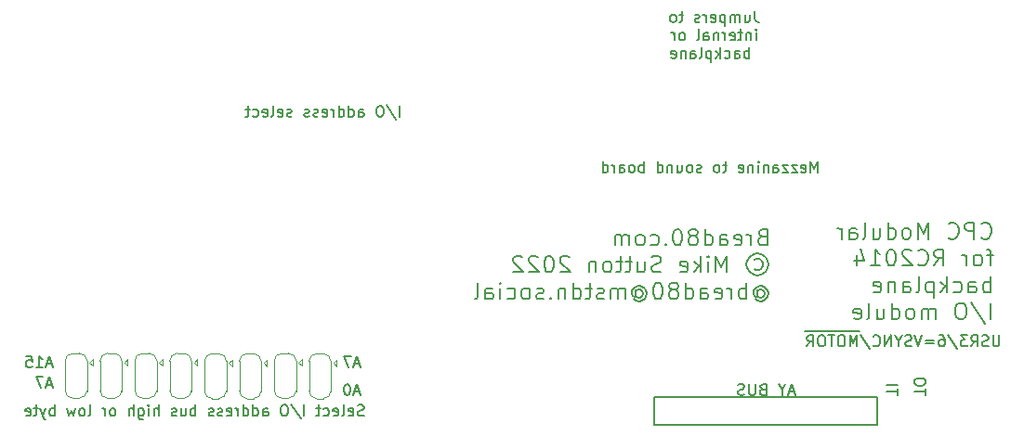
<source format=gbo>
G04 #@! TF.GenerationSoftware,KiCad,Pcbnew,(5.1.12)-1*
G04 #@! TF.CreationDate,2023-01-27T17:10:11+00:00*
G04 #@! TF.ProjectId,CPCIO,43504349-4f2e-46b6-9963-61645f706362,rev?*
G04 #@! TF.SameCoordinates,Original*
G04 #@! TF.FileFunction,Legend,Bot*
G04 #@! TF.FilePolarity,Positive*
%FSLAX46Y46*%
G04 Gerber Fmt 4.6, Leading zero omitted, Abs format (unit mm)*
G04 Created by KiCad (PCBNEW (5.1.12)-1) date 2023-01-27 17:10:11*
%MOMM*%
%LPD*%
G01*
G04 APERTURE LIST*
%ADD10C,0.150000*%
%ADD11C,0.200000*%
%ADD12C,0.120000*%
G04 APERTURE END LIST*
D10*
X251759404Y-142327380D02*
X251759404Y-143136904D01*
X251711785Y-143232142D01*
X251664166Y-143279761D01*
X251568928Y-143327380D01*
X251378452Y-143327380D01*
X251283214Y-143279761D01*
X251235595Y-143232142D01*
X251187976Y-143136904D01*
X251187976Y-142327380D01*
X250759404Y-143279761D02*
X250616547Y-143327380D01*
X250378452Y-143327380D01*
X250283214Y-143279761D01*
X250235595Y-143232142D01*
X250187976Y-143136904D01*
X250187976Y-143041666D01*
X250235595Y-142946428D01*
X250283214Y-142898809D01*
X250378452Y-142851190D01*
X250568928Y-142803571D01*
X250664166Y-142755952D01*
X250711785Y-142708333D01*
X250759404Y-142613095D01*
X250759404Y-142517857D01*
X250711785Y-142422619D01*
X250664166Y-142375000D01*
X250568928Y-142327380D01*
X250330833Y-142327380D01*
X250187976Y-142375000D01*
X249187976Y-143327380D02*
X249521309Y-142851190D01*
X249759404Y-143327380D02*
X249759404Y-142327380D01*
X249378452Y-142327380D01*
X249283214Y-142375000D01*
X249235595Y-142422619D01*
X249187976Y-142517857D01*
X249187976Y-142660714D01*
X249235595Y-142755952D01*
X249283214Y-142803571D01*
X249378452Y-142851190D01*
X249759404Y-142851190D01*
X248854642Y-142327380D02*
X248235595Y-142327380D01*
X248568928Y-142708333D01*
X248426071Y-142708333D01*
X248330833Y-142755952D01*
X248283214Y-142803571D01*
X248235595Y-142898809D01*
X248235595Y-143136904D01*
X248283214Y-143232142D01*
X248330833Y-143279761D01*
X248426071Y-143327380D01*
X248711785Y-143327380D01*
X248807023Y-143279761D01*
X248854642Y-143232142D01*
X247092738Y-142279761D02*
X247949880Y-143565476D01*
X246330833Y-142327380D02*
X246521309Y-142327380D01*
X246616547Y-142375000D01*
X246664166Y-142422619D01*
X246759404Y-142565476D01*
X246807023Y-142755952D01*
X246807023Y-143136904D01*
X246759404Y-143232142D01*
X246711785Y-143279761D01*
X246616547Y-143327380D01*
X246426071Y-143327380D01*
X246330833Y-143279761D01*
X246283214Y-143232142D01*
X246235595Y-143136904D01*
X246235595Y-142898809D01*
X246283214Y-142803571D01*
X246330833Y-142755952D01*
X246426071Y-142708333D01*
X246616547Y-142708333D01*
X246711785Y-142755952D01*
X246759404Y-142803571D01*
X246807023Y-142898809D01*
X245807023Y-142803571D02*
X245045119Y-142803571D01*
X245045119Y-143089285D02*
X245807023Y-143089285D01*
X244711785Y-142327380D02*
X244378452Y-143327380D01*
X244045119Y-142327380D01*
X243759404Y-143279761D02*
X243616547Y-143327380D01*
X243378452Y-143327380D01*
X243283214Y-143279761D01*
X243235595Y-143232142D01*
X243187976Y-143136904D01*
X243187976Y-143041666D01*
X243235595Y-142946428D01*
X243283214Y-142898809D01*
X243378452Y-142851190D01*
X243568928Y-142803571D01*
X243664166Y-142755952D01*
X243711785Y-142708333D01*
X243759404Y-142613095D01*
X243759404Y-142517857D01*
X243711785Y-142422619D01*
X243664166Y-142375000D01*
X243568928Y-142327380D01*
X243330833Y-142327380D01*
X243187976Y-142375000D01*
X242568928Y-142851190D02*
X242568928Y-143327380D01*
X242902261Y-142327380D02*
X242568928Y-142851190D01*
X242235595Y-142327380D01*
X241902261Y-143327380D02*
X241902261Y-142327380D01*
X241330833Y-143327380D01*
X241330833Y-142327380D01*
X240283214Y-143232142D02*
X240330833Y-143279761D01*
X240473690Y-143327380D01*
X240568928Y-143327380D01*
X240711785Y-143279761D01*
X240807023Y-143184523D01*
X240854642Y-143089285D01*
X240902261Y-142898809D01*
X240902261Y-142755952D01*
X240854642Y-142565476D01*
X240807023Y-142470238D01*
X240711785Y-142375000D01*
X240568928Y-142327380D01*
X240473690Y-142327380D01*
X240330833Y-142375000D01*
X240283214Y-142422619D01*
X239140357Y-142279761D02*
X239997500Y-143565476D01*
X239045119Y-141960000D02*
X237902261Y-141960000D01*
X238807023Y-143327380D02*
X238807023Y-142327380D01*
X238473690Y-143041666D01*
X238140357Y-142327380D01*
X238140357Y-143327380D01*
X237902261Y-141960000D02*
X236854642Y-141960000D01*
X237473690Y-142327380D02*
X237283214Y-142327380D01*
X237187976Y-142375000D01*
X237092738Y-142470238D01*
X237045119Y-142660714D01*
X237045119Y-142994047D01*
X237092738Y-143184523D01*
X237187976Y-143279761D01*
X237283214Y-143327380D01*
X237473690Y-143327380D01*
X237568928Y-143279761D01*
X237664166Y-143184523D01*
X237711785Y-142994047D01*
X237711785Y-142660714D01*
X237664166Y-142470238D01*
X237568928Y-142375000D01*
X237473690Y-142327380D01*
X236854642Y-141960000D02*
X236092738Y-141960000D01*
X236759404Y-142327380D02*
X236187976Y-142327380D01*
X236473690Y-143327380D02*
X236473690Y-142327380D01*
X236092738Y-141960000D02*
X235045119Y-141960000D01*
X235664166Y-142327380D02*
X235473690Y-142327380D01*
X235378452Y-142375000D01*
X235283214Y-142470238D01*
X235235595Y-142660714D01*
X235235595Y-142994047D01*
X235283214Y-143184523D01*
X235378452Y-143279761D01*
X235473690Y-143327380D01*
X235664166Y-143327380D01*
X235759404Y-143279761D01*
X235854642Y-143184523D01*
X235902261Y-142994047D01*
X235902261Y-142660714D01*
X235854642Y-142470238D01*
X235759404Y-142375000D01*
X235664166Y-142327380D01*
X235045119Y-141960000D02*
X234045119Y-141960000D01*
X234235595Y-143327380D02*
X234568928Y-142851190D01*
X234807023Y-143327380D02*
X234807023Y-142327380D01*
X234426071Y-142327380D01*
X234330833Y-142375000D01*
X234283214Y-142422619D01*
X234235595Y-142517857D01*
X234235595Y-142660714D01*
X234283214Y-142755952D01*
X234330833Y-142803571D01*
X234426071Y-142851190D01*
X234807023Y-142851190D01*
X245022619Y-147762261D02*
X245022619Y-147190833D01*
X244022619Y-147476547D02*
X245022619Y-147476547D01*
X245022619Y-146667023D02*
X245022619Y-146476547D01*
X244975000Y-146381309D01*
X244879761Y-146286071D01*
X244689285Y-146238452D01*
X244355952Y-146238452D01*
X244165476Y-146286071D01*
X244070238Y-146381309D01*
X244022619Y-146476547D01*
X244022619Y-146667023D01*
X244070238Y-146762261D01*
X244165476Y-146857500D01*
X244355952Y-146905119D01*
X244689285Y-146905119D01*
X244879761Y-146857500D01*
X244975000Y-146762261D01*
X245022619Y-146667023D01*
X242482619Y-147762261D02*
X242482619Y-147190833D01*
X241482619Y-147476547D02*
X242482619Y-147476547D01*
X241482619Y-146857500D02*
X242482619Y-146857500D01*
X233052619Y-147486666D02*
X232576428Y-147486666D01*
X233147857Y-147772380D02*
X232814523Y-146772380D01*
X232481190Y-147772380D01*
X231957380Y-147296190D02*
X231957380Y-147772380D01*
X232290714Y-146772380D02*
X231957380Y-147296190D01*
X231624047Y-146772380D01*
X230195476Y-147248571D02*
X230052619Y-147296190D01*
X230005000Y-147343809D01*
X229957380Y-147439047D01*
X229957380Y-147581904D01*
X230005000Y-147677142D01*
X230052619Y-147724761D01*
X230147857Y-147772380D01*
X230528809Y-147772380D01*
X230528809Y-146772380D01*
X230195476Y-146772380D01*
X230100238Y-146820000D01*
X230052619Y-146867619D01*
X230005000Y-146962857D01*
X230005000Y-147058095D01*
X230052619Y-147153333D01*
X230100238Y-147200952D01*
X230195476Y-147248571D01*
X230528809Y-147248571D01*
X229528809Y-146772380D02*
X229528809Y-147581904D01*
X229481190Y-147677142D01*
X229433571Y-147724761D01*
X229338333Y-147772380D01*
X229147857Y-147772380D01*
X229052619Y-147724761D01*
X229005000Y-147677142D01*
X228957380Y-147581904D01*
X228957380Y-146772380D01*
X228528809Y-147724761D02*
X228385952Y-147772380D01*
X228147857Y-147772380D01*
X228052619Y-147724761D01*
X228005000Y-147677142D01*
X227957380Y-147581904D01*
X227957380Y-147486666D01*
X228005000Y-147391428D01*
X228052619Y-147343809D01*
X228147857Y-147296190D01*
X228338333Y-147248571D01*
X228433571Y-147200952D01*
X228481190Y-147153333D01*
X228528809Y-147058095D01*
X228528809Y-146962857D01*
X228481190Y-146867619D01*
X228433571Y-146820000D01*
X228338333Y-146772380D01*
X228100238Y-146772380D01*
X227957380Y-146820000D01*
X220345000Y-150495000D02*
X220345000Y-147955000D01*
X240665000Y-150495000D02*
X220345000Y-150495000D01*
X240665000Y-147955000D02*
X240665000Y-150495000D01*
X220345000Y-147955000D02*
X240665000Y-147955000D01*
X235234523Y-127452380D02*
X235234523Y-126452380D01*
X234901190Y-127166666D01*
X234567857Y-126452380D01*
X234567857Y-127452380D01*
X233710714Y-127404761D02*
X233805952Y-127452380D01*
X233996428Y-127452380D01*
X234091666Y-127404761D01*
X234139285Y-127309523D01*
X234139285Y-126928571D01*
X234091666Y-126833333D01*
X233996428Y-126785714D01*
X233805952Y-126785714D01*
X233710714Y-126833333D01*
X233663095Y-126928571D01*
X233663095Y-127023809D01*
X234139285Y-127119047D01*
X233329761Y-126785714D02*
X232805952Y-126785714D01*
X233329761Y-127452380D01*
X232805952Y-127452380D01*
X232520238Y-126785714D02*
X231996428Y-126785714D01*
X232520238Y-127452380D01*
X231996428Y-127452380D01*
X231186904Y-127452380D02*
X231186904Y-126928571D01*
X231234523Y-126833333D01*
X231329761Y-126785714D01*
X231520238Y-126785714D01*
X231615476Y-126833333D01*
X231186904Y-127404761D02*
X231282142Y-127452380D01*
X231520238Y-127452380D01*
X231615476Y-127404761D01*
X231663095Y-127309523D01*
X231663095Y-127214285D01*
X231615476Y-127119047D01*
X231520238Y-127071428D01*
X231282142Y-127071428D01*
X231186904Y-127023809D01*
X230710714Y-126785714D02*
X230710714Y-127452380D01*
X230710714Y-126880952D02*
X230663095Y-126833333D01*
X230567857Y-126785714D01*
X230425000Y-126785714D01*
X230329761Y-126833333D01*
X230282142Y-126928571D01*
X230282142Y-127452380D01*
X229805952Y-127452380D02*
X229805952Y-126785714D01*
X229805952Y-126452380D02*
X229853571Y-126500000D01*
X229805952Y-126547619D01*
X229758333Y-126500000D01*
X229805952Y-126452380D01*
X229805952Y-126547619D01*
X229329761Y-126785714D02*
X229329761Y-127452380D01*
X229329761Y-126880952D02*
X229282142Y-126833333D01*
X229186904Y-126785714D01*
X229044047Y-126785714D01*
X228948809Y-126833333D01*
X228901190Y-126928571D01*
X228901190Y-127452380D01*
X228044047Y-127404761D02*
X228139285Y-127452380D01*
X228329761Y-127452380D01*
X228425000Y-127404761D01*
X228472619Y-127309523D01*
X228472619Y-126928571D01*
X228425000Y-126833333D01*
X228329761Y-126785714D01*
X228139285Y-126785714D01*
X228044047Y-126833333D01*
X227996428Y-126928571D01*
X227996428Y-127023809D01*
X228472619Y-127119047D01*
X226948809Y-126785714D02*
X226567857Y-126785714D01*
X226805952Y-126452380D02*
X226805952Y-127309523D01*
X226758333Y-127404761D01*
X226663095Y-127452380D01*
X226567857Y-127452380D01*
X226091666Y-127452380D02*
X226186904Y-127404761D01*
X226234523Y-127357142D01*
X226282142Y-127261904D01*
X226282142Y-126976190D01*
X226234523Y-126880952D01*
X226186904Y-126833333D01*
X226091666Y-126785714D01*
X225948809Y-126785714D01*
X225853571Y-126833333D01*
X225805952Y-126880952D01*
X225758333Y-126976190D01*
X225758333Y-127261904D01*
X225805952Y-127357142D01*
X225853571Y-127404761D01*
X225948809Y-127452380D01*
X226091666Y-127452380D01*
X224615476Y-127404761D02*
X224520238Y-127452380D01*
X224329761Y-127452380D01*
X224234523Y-127404761D01*
X224186904Y-127309523D01*
X224186904Y-127261904D01*
X224234523Y-127166666D01*
X224329761Y-127119047D01*
X224472619Y-127119047D01*
X224567857Y-127071428D01*
X224615476Y-126976190D01*
X224615476Y-126928571D01*
X224567857Y-126833333D01*
X224472619Y-126785714D01*
X224329761Y-126785714D01*
X224234523Y-126833333D01*
X223615476Y-127452380D02*
X223710714Y-127404761D01*
X223758333Y-127357142D01*
X223805952Y-127261904D01*
X223805952Y-126976190D01*
X223758333Y-126880952D01*
X223710714Y-126833333D01*
X223615476Y-126785714D01*
X223472619Y-126785714D01*
X223377380Y-126833333D01*
X223329761Y-126880952D01*
X223282142Y-126976190D01*
X223282142Y-127261904D01*
X223329761Y-127357142D01*
X223377380Y-127404761D01*
X223472619Y-127452380D01*
X223615476Y-127452380D01*
X222425000Y-126785714D02*
X222425000Y-127452380D01*
X222853571Y-126785714D02*
X222853571Y-127309523D01*
X222805952Y-127404761D01*
X222710714Y-127452380D01*
X222567857Y-127452380D01*
X222472619Y-127404761D01*
X222425000Y-127357142D01*
X221948809Y-126785714D02*
X221948809Y-127452380D01*
X221948809Y-126880952D02*
X221901190Y-126833333D01*
X221805952Y-126785714D01*
X221663095Y-126785714D01*
X221567857Y-126833333D01*
X221520238Y-126928571D01*
X221520238Y-127452380D01*
X220615476Y-127452380D02*
X220615476Y-126452380D01*
X220615476Y-127404761D02*
X220710714Y-127452380D01*
X220901190Y-127452380D01*
X220996428Y-127404761D01*
X221044047Y-127357142D01*
X221091666Y-127261904D01*
X221091666Y-126976190D01*
X221044047Y-126880952D01*
X220996428Y-126833333D01*
X220901190Y-126785714D01*
X220710714Y-126785714D01*
X220615476Y-126833333D01*
X219377380Y-127452380D02*
X219377380Y-126452380D01*
X219377380Y-126833333D02*
X219282142Y-126785714D01*
X219091666Y-126785714D01*
X218996428Y-126833333D01*
X218948809Y-126880952D01*
X218901190Y-126976190D01*
X218901190Y-127261904D01*
X218948809Y-127357142D01*
X218996428Y-127404761D01*
X219091666Y-127452380D01*
X219282142Y-127452380D01*
X219377380Y-127404761D01*
X218329761Y-127452380D02*
X218425000Y-127404761D01*
X218472619Y-127357142D01*
X218520238Y-127261904D01*
X218520238Y-126976190D01*
X218472619Y-126880952D01*
X218425000Y-126833333D01*
X218329761Y-126785714D01*
X218186904Y-126785714D01*
X218091666Y-126833333D01*
X218044047Y-126880952D01*
X217996428Y-126976190D01*
X217996428Y-127261904D01*
X218044047Y-127357142D01*
X218091666Y-127404761D01*
X218186904Y-127452380D01*
X218329761Y-127452380D01*
X217139285Y-127452380D02*
X217139285Y-126928571D01*
X217186904Y-126833333D01*
X217282142Y-126785714D01*
X217472619Y-126785714D01*
X217567857Y-126833333D01*
X217139285Y-127404761D02*
X217234523Y-127452380D01*
X217472619Y-127452380D01*
X217567857Y-127404761D01*
X217615476Y-127309523D01*
X217615476Y-127214285D01*
X217567857Y-127119047D01*
X217472619Y-127071428D01*
X217234523Y-127071428D01*
X217139285Y-127023809D01*
X216663095Y-127452380D02*
X216663095Y-126785714D01*
X216663095Y-126976190D02*
X216615476Y-126880952D01*
X216567857Y-126833333D01*
X216472619Y-126785714D01*
X216377380Y-126785714D01*
X215615476Y-127452380D02*
X215615476Y-126452380D01*
X215615476Y-127404761D02*
X215710714Y-127452380D01*
X215901190Y-127452380D01*
X215996428Y-127404761D01*
X216044047Y-127357142D01*
X216091666Y-127261904D01*
X216091666Y-126976190D01*
X216044047Y-126880952D01*
X215996428Y-126833333D01*
X215901190Y-126785714D01*
X215710714Y-126785714D01*
X215615476Y-126833333D01*
X229496428Y-112737380D02*
X229496428Y-113451666D01*
X229544047Y-113594523D01*
X229639285Y-113689761D01*
X229782142Y-113737380D01*
X229877380Y-113737380D01*
X228591666Y-113070714D02*
X228591666Y-113737380D01*
X229020238Y-113070714D02*
X229020238Y-113594523D01*
X228972619Y-113689761D01*
X228877380Y-113737380D01*
X228734523Y-113737380D01*
X228639285Y-113689761D01*
X228591666Y-113642142D01*
X228115476Y-113737380D02*
X228115476Y-113070714D01*
X228115476Y-113165952D02*
X228067857Y-113118333D01*
X227972619Y-113070714D01*
X227829761Y-113070714D01*
X227734523Y-113118333D01*
X227686904Y-113213571D01*
X227686904Y-113737380D01*
X227686904Y-113213571D02*
X227639285Y-113118333D01*
X227544047Y-113070714D01*
X227401190Y-113070714D01*
X227305952Y-113118333D01*
X227258333Y-113213571D01*
X227258333Y-113737380D01*
X226782142Y-113070714D02*
X226782142Y-114070714D01*
X226782142Y-113118333D02*
X226686904Y-113070714D01*
X226496428Y-113070714D01*
X226401190Y-113118333D01*
X226353571Y-113165952D01*
X226305952Y-113261190D01*
X226305952Y-113546904D01*
X226353571Y-113642142D01*
X226401190Y-113689761D01*
X226496428Y-113737380D01*
X226686904Y-113737380D01*
X226782142Y-113689761D01*
X225496428Y-113689761D02*
X225591666Y-113737380D01*
X225782142Y-113737380D01*
X225877380Y-113689761D01*
X225925000Y-113594523D01*
X225925000Y-113213571D01*
X225877380Y-113118333D01*
X225782142Y-113070714D01*
X225591666Y-113070714D01*
X225496428Y-113118333D01*
X225448809Y-113213571D01*
X225448809Y-113308809D01*
X225925000Y-113404047D01*
X225020238Y-113737380D02*
X225020238Y-113070714D01*
X225020238Y-113261190D02*
X224972619Y-113165952D01*
X224925000Y-113118333D01*
X224829761Y-113070714D01*
X224734523Y-113070714D01*
X224448809Y-113689761D02*
X224353571Y-113737380D01*
X224163095Y-113737380D01*
X224067857Y-113689761D01*
X224020238Y-113594523D01*
X224020238Y-113546904D01*
X224067857Y-113451666D01*
X224163095Y-113404047D01*
X224305952Y-113404047D01*
X224401190Y-113356428D01*
X224448809Y-113261190D01*
X224448809Y-113213571D01*
X224401190Y-113118333D01*
X224305952Y-113070714D01*
X224163095Y-113070714D01*
X224067857Y-113118333D01*
X222972619Y-113070714D02*
X222591666Y-113070714D01*
X222829761Y-112737380D02*
X222829761Y-113594523D01*
X222782142Y-113689761D01*
X222686904Y-113737380D01*
X222591666Y-113737380D01*
X222115476Y-113737380D02*
X222210714Y-113689761D01*
X222258333Y-113642142D01*
X222305952Y-113546904D01*
X222305952Y-113261190D01*
X222258333Y-113165952D01*
X222210714Y-113118333D01*
X222115476Y-113070714D01*
X221972619Y-113070714D01*
X221877380Y-113118333D01*
X221829761Y-113165952D01*
X221782142Y-113261190D01*
X221782142Y-113546904D01*
X221829761Y-113642142D01*
X221877380Y-113689761D01*
X221972619Y-113737380D01*
X222115476Y-113737380D01*
X229591666Y-115387380D02*
X229591666Y-114720714D01*
X229591666Y-114387380D02*
X229639285Y-114435000D01*
X229591666Y-114482619D01*
X229544047Y-114435000D01*
X229591666Y-114387380D01*
X229591666Y-114482619D01*
X229115476Y-114720714D02*
X229115476Y-115387380D01*
X229115476Y-114815952D02*
X229067857Y-114768333D01*
X228972619Y-114720714D01*
X228829761Y-114720714D01*
X228734523Y-114768333D01*
X228686904Y-114863571D01*
X228686904Y-115387380D01*
X228353571Y-114720714D02*
X227972619Y-114720714D01*
X228210714Y-114387380D02*
X228210714Y-115244523D01*
X228163095Y-115339761D01*
X228067857Y-115387380D01*
X227972619Y-115387380D01*
X227258333Y-115339761D02*
X227353571Y-115387380D01*
X227544047Y-115387380D01*
X227639285Y-115339761D01*
X227686904Y-115244523D01*
X227686904Y-114863571D01*
X227639285Y-114768333D01*
X227544047Y-114720714D01*
X227353571Y-114720714D01*
X227258333Y-114768333D01*
X227210714Y-114863571D01*
X227210714Y-114958809D01*
X227686904Y-115054047D01*
X226782142Y-115387380D02*
X226782142Y-114720714D01*
X226782142Y-114911190D02*
X226734523Y-114815952D01*
X226686904Y-114768333D01*
X226591666Y-114720714D01*
X226496428Y-114720714D01*
X226163095Y-114720714D02*
X226163095Y-115387380D01*
X226163095Y-114815952D02*
X226115476Y-114768333D01*
X226020238Y-114720714D01*
X225877380Y-114720714D01*
X225782142Y-114768333D01*
X225734523Y-114863571D01*
X225734523Y-115387380D01*
X224829761Y-115387380D02*
X224829761Y-114863571D01*
X224877380Y-114768333D01*
X224972619Y-114720714D01*
X225163095Y-114720714D01*
X225258333Y-114768333D01*
X224829761Y-115339761D02*
X224925000Y-115387380D01*
X225163095Y-115387380D01*
X225258333Y-115339761D01*
X225305952Y-115244523D01*
X225305952Y-115149285D01*
X225258333Y-115054047D01*
X225163095Y-115006428D01*
X224925000Y-115006428D01*
X224829761Y-114958809D01*
X224210714Y-115387380D02*
X224305952Y-115339761D01*
X224353571Y-115244523D01*
X224353571Y-114387380D01*
X222925000Y-115387380D02*
X223020238Y-115339761D01*
X223067857Y-115292142D01*
X223115476Y-115196904D01*
X223115476Y-114911190D01*
X223067857Y-114815952D01*
X223020238Y-114768333D01*
X222925000Y-114720714D01*
X222782142Y-114720714D01*
X222686904Y-114768333D01*
X222639285Y-114815952D01*
X222591666Y-114911190D01*
X222591666Y-115196904D01*
X222639285Y-115292142D01*
X222686904Y-115339761D01*
X222782142Y-115387380D01*
X222925000Y-115387380D01*
X222163095Y-115387380D02*
X222163095Y-114720714D01*
X222163095Y-114911190D02*
X222115476Y-114815952D01*
X222067857Y-114768333D01*
X221972619Y-114720714D01*
X221877380Y-114720714D01*
X228972619Y-117037380D02*
X228972619Y-116037380D01*
X228972619Y-116418333D02*
X228877380Y-116370714D01*
X228686904Y-116370714D01*
X228591666Y-116418333D01*
X228544047Y-116465952D01*
X228496428Y-116561190D01*
X228496428Y-116846904D01*
X228544047Y-116942142D01*
X228591666Y-116989761D01*
X228686904Y-117037380D01*
X228877380Y-117037380D01*
X228972619Y-116989761D01*
X227639285Y-117037380D02*
X227639285Y-116513571D01*
X227686904Y-116418333D01*
X227782142Y-116370714D01*
X227972619Y-116370714D01*
X228067857Y-116418333D01*
X227639285Y-116989761D02*
X227734523Y-117037380D01*
X227972619Y-117037380D01*
X228067857Y-116989761D01*
X228115476Y-116894523D01*
X228115476Y-116799285D01*
X228067857Y-116704047D01*
X227972619Y-116656428D01*
X227734523Y-116656428D01*
X227639285Y-116608809D01*
X226734523Y-116989761D02*
X226829761Y-117037380D01*
X227020238Y-117037380D01*
X227115476Y-116989761D01*
X227163095Y-116942142D01*
X227210714Y-116846904D01*
X227210714Y-116561190D01*
X227163095Y-116465952D01*
X227115476Y-116418333D01*
X227020238Y-116370714D01*
X226829761Y-116370714D01*
X226734523Y-116418333D01*
X226305952Y-117037380D02*
X226305952Y-116037380D01*
X226210714Y-116656428D02*
X225925000Y-117037380D01*
X225925000Y-116370714D02*
X226305952Y-116751666D01*
X225496428Y-116370714D02*
X225496428Y-117370714D01*
X225496428Y-116418333D02*
X225401190Y-116370714D01*
X225210714Y-116370714D01*
X225115476Y-116418333D01*
X225067857Y-116465952D01*
X225020238Y-116561190D01*
X225020238Y-116846904D01*
X225067857Y-116942142D01*
X225115476Y-116989761D01*
X225210714Y-117037380D01*
X225401190Y-117037380D01*
X225496428Y-116989761D01*
X224448809Y-117037380D02*
X224544047Y-116989761D01*
X224591666Y-116894523D01*
X224591666Y-116037380D01*
X223639285Y-117037380D02*
X223639285Y-116513571D01*
X223686904Y-116418333D01*
X223782142Y-116370714D01*
X223972619Y-116370714D01*
X224067857Y-116418333D01*
X223639285Y-116989761D02*
X223734523Y-117037380D01*
X223972619Y-117037380D01*
X224067857Y-116989761D01*
X224115476Y-116894523D01*
X224115476Y-116799285D01*
X224067857Y-116704047D01*
X223972619Y-116656428D01*
X223734523Y-116656428D01*
X223639285Y-116608809D01*
X223163095Y-116370714D02*
X223163095Y-117037380D01*
X223163095Y-116465952D02*
X223115476Y-116418333D01*
X223020238Y-116370714D01*
X222877380Y-116370714D01*
X222782142Y-116418333D01*
X222734523Y-116513571D01*
X222734523Y-117037380D01*
X221877380Y-116989761D02*
X221972619Y-117037380D01*
X222163095Y-117037380D01*
X222258333Y-116989761D01*
X222305952Y-116894523D01*
X222305952Y-116513571D01*
X222258333Y-116418333D01*
X222163095Y-116370714D01*
X221972619Y-116370714D01*
X221877380Y-116418333D01*
X221829761Y-116513571D01*
X221829761Y-116608809D01*
X222305952Y-116704047D01*
D11*
X230152857Y-133332857D02*
X229938571Y-133404285D01*
X229867142Y-133475714D01*
X229795714Y-133618571D01*
X229795714Y-133832857D01*
X229867142Y-133975714D01*
X229938571Y-134047142D01*
X230081428Y-134118571D01*
X230652857Y-134118571D01*
X230652857Y-132618571D01*
X230152857Y-132618571D01*
X230010000Y-132690000D01*
X229938571Y-132761428D01*
X229867142Y-132904285D01*
X229867142Y-133047142D01*
X229938571Y-133190000D01*
X230010000Y-133261428D01*
X230152857Y-133332857D01*
X230652857Y-133332857D01*
X229152857Y-134118571D02*
X229152857Y-133118571D01*
X229152857Y-133404285D02*
X229081428Y-133261428D01*
X229010000Y-133190000D01*
X228867142Y-133118571D01*
X228724285Y-133118571D01*
X227652857Y-134047142D02*
X227795714Y-134118571D01*
X228081428Y-134118571D01*
X228224285Y-134047142D01*
X228295714Y-133904285D01*
X228295714Y-133332857D01*
X228224285Y-133190000D01*
X228081428Y-133118571D01*
X227795714Y-133118571D01*
X227652857Y-133190000D01*
X227581428Y-133332857D01*
X227581428Y-133475714D01*
X228295714Y-133618571D01*
X226295714Y-134118571D02*
X226295714Y-133332857D01*
X226367142Y-133190000D01*
X226510000Y-133118571D01*
X226795714Y-133118571D01*
X226938571Y-133190000D01*
X226295714Y-134047142D02*
X226438571Y-134118571D01*
X226795714Y-134118571D01*
X226938571Y-134047142D01*
X227010000Y-133904285D01*
X227010000Y-133761428D01*
X226938571Y-133618571D01*
X226795714Y-133547142D01*
X226438571Y-133547142D01*
X226295714Y-133475714D01*
X224938571Y-134118571D02*
X224938571Y-132618571D01*
X224938571Y-134047142D02*
X225081428Y-134118571D01*
X225367142Y-134118571D01*
X225510000Y-134047142D01*
X225581428Y-133975714D01*
X225652857Y-133832857D01*
X225652857Y-133404285D01*
X225581428Y-133261428D01*
X225510000Y-133190000D01*
X225367142Y-133118571D01*
X225081428Y-133118571D01*
X224938571Y-133190000D01*
X224010000Y-133261428D02*
X224152857Y-133190000D01*
X224224285Y-133118571D01*
X224295714Y-132975714D01*
X224295714Y-132904285D01*
X224224285Y-132761428D01*
X224152857Y-132690000D01*
X224010000Y-132618571D01*
X223724285Y-132618571D01*
X223581428Y-132690000D01*
X223510000Y-132761428D01*
X223438571Y-132904285D01*
X223438571Y-132975714D01*
X223510000Y-133118571D01*
X223581428Y-133190000D01*
X223724285Y-133261428D01*
X224010000Y-133261428D01*
X224152857Y-133332857D01*
X224224285Y-133404285D01*
X224295714Y-133547142D01*
X224295714Y-133832857D01*
X224224285Y-133975714D01*
X224152857Y-134047142D01*
X224010000Y-134118571D01*
X223724285Y-134118571D01*
X223581428Y-134047142D01*
X223510000Y-133975714D01*
X223438571Y-133832857D01*
X223438571Y-133547142D01*
X223510000Y-133404285D01*
X223581428Y-133332857D01*
X223724285Y-133261428D01*
X222510000Y-132618571D02*
X222367142Y-132618571D01*
X222224285Y-132690000D01*
X222152857Y-132761428D01*
X222081428Y-132904285D01*
X222010000Y-133190000D01*
X222010000Y-133547142D01*
X222081428Y-133832857D01*
X222152857Y-133975714D01*
X222224285Y-134047142D01*
X222367142Y-134118571D01*
X222510000Y-134118571D01*
X222652857Y-134047142D01*
X222724285Y-133975714D01*
X222795714Y-133832857D01*
X222867142Y-133547142D01*
X222867142Y-133190000D01*
X222795714Y-132904285D01*
X222724285Y-132761428D01*
X222652857Y-132690000D01*
X222510000Y-132618571D01*
X221367142Y-133975714D02*
X221295714Y-134047142D01*
X221367142Y-134118571D01*
X221438571Y-134047142D01*
X221367142Y-133975714D01*
X221367142Y-134118571D01*
X220010000Y-134047142D02*
X220152857Y-134118571D01*
X220438571Y-134118571D01*
X220581428Y-134047142D01*
X220652857Y-133975714D01*
X220724285Y-133832857D01*
X220724285Y-133404285D01*
X220652857Y-133261428D01*
X220581428Y-133190000D01*
X220438571Y-133118571D01*
X220152857Y-133118571D01*
X220010000Y-133190000D01*
X219152857Y-134118571D02*
X219295714Y-134047142D01*
X219367142Y-133975714D01*
X219438571Y-133832857D01*
X219438571Y-133404285D01*
X219367142Y-133261428D01*
X219295714Y-133190000D01*
X219152857Y-133118571D01*
X218938571Y-133118571D01*
X218795714Y-133190000D01*
X218724285Y-133261428D01*
X218652857Y-133404285D01*
X218652857Y-133832857D01*
X218724285Y-133975714D01*
X218795714Y-134047142D01*
X218938571Y-134118571D01*
X219152857Y-134118571D01*
X218010000Y-134118571D02*
X218010000Y-133118571D01*
X218010000Y-133261428D02*
X217938571Y-133190000D01*
X217795714Y-133118571D01*
X217581428Y-133118571D01*
X217438571Y-133190000D01*
X217367142Y-133332857D01*
X217367142Y-134118571D01*
X217367142Y-133332857D02*
X217295714Y-133190000D01*
X217152857Y-133118571D01*
X216938571Y-133118571D01*
X216795714Y-133190000D01*
X216724285Y-133332857D01*
X216724285Y-134118571D01*
X229438571Y-135425714D02*
X229581428Y-135354285D01*
X229867142Y-135354285D01*
X230010000Y-135425714D01*
X230152857Y-135568571D01*
X230224285Y-135711428D01*
X230224285Y-135997142D01*
X230152857Y-136140000D01*
X230010000Y-136282857D01*
X229867142Y-136354285D01*
X229581428Y-136354285D01*
X229438571Y-136282857D01*
X229724285Y-134854285D02*
X230081428Y-134925714D01*
X230438571Y-135140000D01*
X230652857Y-135497142D01*
X230724285Y-135854285D01*
X230652857Y-136211428D01*
X230438571Y-136568571D01*
X230081428Y-136782857D01*
X229724285Y-136854285D01*
X229367142Y-136782857D01*
X229010000Y-136568571D01*
X228795714Y-136211428D01*
X228724285Y-135854285D01*
X228795714Y-135497142D01*
X229010000Y-135140000D01*
X229367142Y-134925714D01*
X229724285Y-134854285D01*
X226938571Y-136568571D02*
X226938571Y-135068571D01*
X226438571Y-136140000D01*
X225938571Y-135068571D01*
X225938571Y-136568571D01*
X225224285Y-136568571D02*
X225224285Y-135568571D01*
X225224285Y-135068571D02*
X225295714Y-135140000D01*
X225224285Y-135211428D01*
X225152857Y-135140000D01*
X225224285Y-135068571D01*
X225224285Y-135211428D01*
X224510000Y-136568571D02*
X224510000Y-135068571D01*
X224367142Y-135997142D02*
X223938571Y-136568571D01*
X223938571Y-135568571D02*
X224510000Y-136140000D01*
X222724285Y-136497142D02*
X222867142Y-136568571D01*
X223152857Y-136568571D01*
X223295714Y-136497142D01*
X223367142Y-136354285D01*
X223367142Y-135782857D01*
X223295714Y-135640000D01*
X223152857Y-135568571D01*
X222867142Y-135568571D01*
X222724285Y-135640000D01*
X222652857Y-135782857D01*
X222652857Y-135925714D01*
X223367142Y-136068571D01*
X220938571Y-136497142D02*
X220724285Y-136568571D01*
X220367142Y-136568571D01*
X220224285Y-136497142D01*
X220152857Y-136425714D01*
X220081428Y-136282857D01*
X220081428Y-136140000D01*
X220152857Y-135997142D01*
X220224285Y-135925714D01*
X220367142Y-135854285D01*
X220652857Y-135782857D01*
X220795714Y-135711428D01*
X220867142Y-135640000D01*
X220938571Y-135497142D01*
X220938571Y-135354285D01*
X220867142Y-135211428D01*
X220795714Y-135140000D01*
X220652857Y-135068571D01*
X220295714Y-135068571D01*
X220081428Y-135140000D01*
X218795714Y-135568571D02*
X218795714Y-136568571D01*
X219438571Y-135568571D02*
X219438571Y-136354285D01*
X219367142Y-136497142D01*
X219224285Y-136568571D01*
X219010000Y-136568571D01*
X218867142Y-136497142D01*
X218795714Y-136425714D01*
X218295714Y-135568571D02*
X217724285Y-135568571D01*
X218081428Y-135068571D02*
X218081428Y-136354285D01*
X218010000Y-136497142D01*
X217867142Y-136568571D01*
X217724285Y-136568571D01*
X217438571Y-135568571D02*
X216867142Y-135568571D01*
X217224285Y-135068571D02*
X217224285Y-136354285D01*
X217152857Y-136497142D01*
X217010000Y-136568571D01*
X216867142Y-136568571D01*
X216152857Y-136568571D02*
X216295714Y-136497142D01*
X216367142Y-136425714D01*
X216438571Y-136282857D01*
X216438571Y-135854285D01*
X216367142Y-135711428D01*
X216295714Y-135640000D01*
X216152857Y-135568571D01*
X215938571Y-135568571D01*
X215795714Y-135640000D01*
X215724285Y-135711428D01*
X215652857Y-135854285D01*
X215652857Y-136282857D01*
X215724285Y-136425714D01*
X215795714Y-136497142D01*
X215938571Y-136568571D01*
X216152857Y-136568571D01*
X215010000Y-135568571D02*
X215010000Y-136568571D01*
X215010000Y-135711428D02*
X214938571Y-135640000D01*
X214795714Y-135568571D01*
X214581428Y-135568571D01*
X214438571Y-135640000D01*
X214367142Y-135782857D01*
X214367142Y-136568571D01*
X212581428Y-135211428D02*
X212510000Y-135140000D01*
X212367142Y-135068571D01*
X212010000Y-135068571D01*
X211867142Y-135140000D01*
X211795714Y-135211428D01*
X211724285Y-135354285D01*
X211724285Y-135497142D01*
X211795714Y-135711428D01*
X212652857Y-136568571D01*
X211724285Y-136568571D01*
X210795714Y-135068571D02*
X210652857Y-135068571D01*
X210510000Y-135140000D01*
X210438571Y-135211428D01*
X210367142Y-135354285D01*
X210295714Y-135640000D01*
X210295714Y-135997142D01*
X210367142Y-136282857D01*
X210438571Y-136425714D01*
X210510000Y-136497142D01*
X210652857Y-136568571D01*
X210795714Y-136568571D01*
X210938571Y-136497142D01*
X211010000Y-136425714D01*
X211081428Y-136282857D01*
X211152857Y-135997142D01*
X211152857Y-135640000D01*
X211081428Y-135354285D01*
X211010000Y-135211428D01*
X210938571Y-135140000D01*
X210795714Y-135068571D01*
X209724285Y-135211428D02*
X209652857Y-135140000D01*
X209510000Y-135068571D01*
X209152857Y-135068571D01*
X209010000Y-135140000D01*
X208938571Y-135211428D01*
X208867142Y-135354285D01*
X208867142Y-135497142D01*
X208938571Y-135711428D01*
X209795714Y-136568571D01*
X208867142Y-136568571D01*
X208295714Y-135211428D02*
X208224285Y-135140000D01*
X208081428Y-135068571D01*
X207724285Y-135068571D01*
X207581428Y-135140000D01*
X207510000Y-135211428D01*
X207438571Y-135354285D01*
X207438571Y-135497142D01*
X207510000Y-135711428D01*
X208367142Y-136568571D01*
X207438571Y-136568571D01*
X229724285Y-138304285D02*
X229795714Y-138232857D01*
X229938571Y-138161428D01*
X230081428Y-138161428D01*
X230224285Y-138232857D01*
X230295714Y-138304285D01*
X230367142Y-138447142D01*
X230367142Y-138590000D01*
X230295714Y-138732857D01*
X230224285Y-138804285D01*
X230081428Y-138875714D01*
X229938571Y-138875714D01*
X229795714Y-138804285D01*
X229724285Y-138732857D01*
X229724285Y-138161428D02*
X229724285Y-138732857D01*
X229652857Y-138804285D01*
X229581428Y-138804285D01*
X229438571Y-138732857D01*
X229367142Y-138590000D01*
X229367142Y-138232857D01*
X229510000Y-138018571D01*
X229724285Y-137875714D01*
X230010000Y-137804285D01*
X230295714Y-137875714D01*
X230510000Y-138018571D01*
X230652857Y-138232857D01*
X230724285Y-138518571D01*
X230652857Y-138804285D01*
X230510000Y-139018571D01*
X230295714Y-139161428D01*
X230010000Y-139232857D01*
X229724285Y-139161428D01*
X229510000Y-139018571D01*
X228724285Y-139018571D02*
X228724285Y-137518571D01*
X228724285Y-138090000D02*
X228581428Y-138018571D01*
X228295714Y-138018571D01*
X228152857Y-138090000D01*
X228081428Y-138161428D01*
X228010000Y-138304285D01*
X228010000Y-138732857D01*
X228081428Y-138875714D01*
X228152857Y-138947142D01*
X228295714Y-139018571D01*
X228581428Y-139018571D01*
X228724285Y-138947142D01*
X227367142Y-139018571D02*
X227367142Y-138018571D01*
X227367142Y-138304285D02*
X227295714Y-138161428D01*
X227224285Y-138090000D01*
X227081428Y-138018571D01*
X226938571Y-138018571D01*
X225867142Y-138947142D02*
X226010000Y-139018571D01*
X226295714Y-139018571D01*
X226438571Y-138947142D01*
X226510000Y-138804285D01*
X226510000Y-138232857D01*
X226438571Y-138090000D01*
X226295714Y-138018571D01*
X226010000Y-138018571D01*
X225867142Y-138090000D01*
X225795714Y-138232857D01*
X225795714Y-138375714D01*
X226510000Y-138518571D01*
X224510000Y-139018571D02*
X224510000Y-138232857D01*
X224581428Y-138090000D01*
X224724285Y-138018571D01*
X225010000Y-138018571D01*
X225152857Y-138090000D01*
X224510000Y-138947142D02*
X224652857Y-139018571D01*
X225010000Y-139018571D01*
X225152857Y-138947142D01*
X225224285Y-138804285D01*
X225224285Y-138661428D01*
X225152857Y-138518571D01*
X225010000Y-138447142D01*
X224652857Y-138447142D01*
X224510000Y-138375714D01*
X223152857Y-139018571D02*
X223152857Y-137518571D01*
X223152857Y-138947142D02*
X223295714Y-139018571D01*
X223581428Y-139018571D01*
X223724285Y-138947142D01*
X223795714Y-138875714D01*
X223867142Y-138732857D01*
X223867142Y-138304285D01*
X223795714Y-138161428D01*
X223724285Y-138090000D01*
X223581428Y-138018571D01*
X223295714Y-138018571D01*
X223152857Y-138090000D01*
X222224285Y-138161428D02*
X222367142Y-138090000D01*
X222438571Y-138018571D01*
X222509999Y-137875714D01*
X222509999Y-137804285D01*
X222438571Y-137661428D01*
X222367142Y-137590000D01*
X222224285Y-137518571D01*
X221938571Y-137518571D01*
X221795714Y-137590000D01*
X221724285Y-137661428D01*
X221652857Y-137804285D01*
X221652857Y-137875714D01*
X221724285Y-138018571D01*
X221795714Y-138090000D01*
X221938571Y-138161428D01*
X222224285Y-138161428D01*
X222367142Y-138232857D01*
X222438571Y-138304285D01*
X222509999Y-138447142D01*
X222509999Y-138732857D01*
X222438571Y-138875714D01*
X222367142Y-138947142D01*
X222224285Y-139018571D01*
X221938571Y-139018571D01*
X221795714Y-138947142D01*
X221724285Y-138875714D01*
X221652857Y-138732857D01*
X221652857Y-138447142D01*
X221724285Y-138304285D01*
X221795714Y-138232857D01*
X221938571Y-138161428D01*
X220724285Y-137518571D02*
X220581428Y-137518571D01*
X220438571Y-137590000D01*
X220367142Y-137661428D01*
X220295714Y-137804285D01*
X220224285Y-138090000D01*
X220224285Y-138447142D01*
X220295714Y-138732857D01*
X220367142Y-138875714D01*
X220438571Y-138947142D01*
X220581428Y-139018571D01*
X220724285Y-139018571D01*
X220867142Y-138947142D01*
X220938571Y-138875714D01*
X221009999Y-138732857D01*
X221081428Y-138447142D01*
X221081428Y-138090000D01*
X221009999Y-137804285D01*
X220938571Y-137661428D01*
X220867142Y-137590000D01*
X220724285Y-137518571D01*
X218652857Y-138304285D02*
X218724285Y-138232857D01*
X218867142Y-138161428D01*
X219009999Y-138161428D01*
X219152857Y-138232857D01*
X219224285Y-138304285D01*
X219295714Y-138447142D01*
X219295714Y-138590000D01*
X219224285Y-138732857D01*
X219152857Y-138804285D01*
X219009999Y-138875714D01*
X218867142Y-138875714D01*
X218724285Y-138804285D01*
X218652857Y-138732857D01*
X218652857Y-138161428D02*
X218652857Y-138732857D01*
X218581428Y-138804285D01*
X218509999Y-138804285D01*
X218367142Y-138732857D01*
X218295714Y-138590000D01*
X218295714Y-138232857D01*
X218438571Y-138018571D01*
X218652857Y-137875714D01*
X218938571Y-137804285D01*
X219224285Y-137875714D01*
X219438571Y-138018571D01*
X219581428Y-138232857D01*
X219652857Y-138518571D01*
X219581428Y-138804285D01*
X219438571Y-139018571D01*
X219224285Y-139161428D01*
X218938571Y-139232857D01*
X218652857Y-139161428D01*
X218438571Y-139018571D01*
X217652857Y-139018571D02*
X217652857Y-138018571D01*
X217652857Y-138161428D02*
X217581428Y-138090000D01*
X217438571Y-138018571D01*
X217224285Y-138018571D01*
X217081428Y-138090000D01*
X217009999Y-138232857D01*
X217009999Y-139018571D01*
X217009999Y-138232857D02*
X216938571Y-138090000D01*
X216795714Y-138018571D01*
X216581428Y-138018571D01*
X216438571Y-138090000D01*
X216367142Y-138232857D01*
X216367142Y-139018571D01*
X215724285Y-138947142D02*
X215581428Y-139018571D01*
X215295714Y-139018571D01*
X215152857Y-138947142D01*
X215081428Y-138804285D01*
X215081428Y-138732857D01*
X215152857Y-138590000D01*
X215295714Y-138518571D01*
X215509999Y-138518571D01*
X215652857Y-138447142D01*
X215724285Y-138304285D01*
X215724285Y-138232857D01*
X215652857Y-138090000D01*
X215509999Y-138018571D01*
X215295714Y-138018571D01*
X215152857Y-138090000D01*
X214652857Y-138018571D02*
X214081428Y-138018571D01*
X214438571Y-137518571D02*
X214438571Y-138804285D01*
X214367142Y-138947142D01*
X214224285Y-139018571D01*
X214081428Y-139018571D01*
X212938571Y-139018571D02*
X212938571Y-137518571D01*
X212938571Y-138947142D02*
X213081428Y-139018571D01*
X213367142Y-139018571D01*
X213509999Y-138947142D01*
X213581428Y-138875714D01*
X213652857Y-138732857D01*
X213652857Y-138304285D01*
X213581428Y-138161428D01*
X213509999Y-138090000D01*
X213367142Y-138018571D01*
X213081428Y-138018571D01*
X212938571Y-138090000D01*
X212224285Y-138018571D02*
X212224285Y-139018571D01*
X212224285Y-138161428D02*
X212152857Y-138090000D01*
X212009999Y-138018571D01*
X211795714Y-138018571D01*
X211652857Y-138090000D01*
X211581428Y-138232857D01*
X211581428Y-139018571D01*
X210867142Y-138875714D02*
X210795714Y-138947142D01*
X210867142Y-139018571D01*
X210938571Y-138947142D01*
X210867142Y-138875714D01*
X210867142Y-139018571D01*
X210224285Y-138947142D02*
X210081428Y-139018571D01*
X209795714Y-139018571D01*
X209652857Y-138947142D01*
X209581428Y-138804285D01*
X209581428Y-138732857D01*
X209652857Y-138590000D01*
X209795714Y-138518571D01*
X210009999Y-138518571D01*
X210152857Y-138447142D01*
X210224285Y-138304285D01*
X210224285Y-138232857D01*
X210152857Y-138090000D01*
X210009999Y-138018571D01*
X209795714Y-138018571D01*
X209652857Y-138090000D01*
X208724285Y-139018571D02*
X208867142Y-138947142D01*
X208938571Y-138875714D01*
X209009999Y-138732857D01*
X209009999Y-138304285D01*
X208938571Y-138161428D01*
X208867142Y-138090000D01*
X208724285Y-138018571D01*
X208509999Y-138018571D01*
X208367142Y-138090000D01*
X208295714Y-138161428D01*
X208224285Y-138304285D01*
X208224285Y-138732857D01*
X208295714Y-138875714D01*
X208367142Y-138947142D01*
X208509999Y-139018571D01*
X208724285Y-139018571D01*
X206938571Y-138947142D02*
X207081428Y-139018571D01*
X207367142Y-139018571D01*
X207509999Y-138947142D01*
X207581428Y-138875714D01*
X207652857Y-138732857D01*
X207652857Y-138304285D01*
X207581428Y-138161428D01*
X207509999Y-138090000D01*
X207367142Y-138018571D01*
X207081428Y-138018571D01*
X206938571Y-138090000D01*
X206295714Y-139018571D02*
X206295714Y-138018571D01*
X206295714Y-137518571D02*
X206367142Y-137590000D01*
X206295714Y-137661428D01*
X206224285Y-137590000D01*
X206295714Y-137518571D01*
X206295714Y-137661428D01*
X204938571Y-139018571D02*
X204938571Y-138232857D01*
X205009999Y-138090000D01*
X205152857Y-138018571D01*
X205438571Y-138018571D01*
X205581428Y-138090000D01*
X204938571Y-138947142D02*
X205081428Y-139018571D01*
X205438571Y-139018571D01*
X205581428Y-138947142D01*
X205652857Y-138804285D01*
X205652857Y-138661428D01*
X205581428Y-138518571D01*
X205438571Y-138447142D01*
X205081428Y-138447142D01*
X204938571Y-138375714D01*
X204009999Y-139018571D02*
X204152857Y-138947142D01*
X204224285Y-138804285D01*
X204224285Y-137518571D01*
D10*
X193863571Y-149629761D02*
X193720714Y-149677380D01*
X193482619Y-149677380D01*
X193387380Y-149629761D01*
X193339761Y-149582142D01*
X193292142Y-149486904D01*
X193292142Y-149391666D01*
X193339761Y-149296428D01*
X193387380Y-149248809D01*
X193482619Y-149201190D01*
X193673095Y-149153571D01*
X193768333Y-149105952D01*
X193815952Y-149058333D01*
X193863571Y-148963095D01*
X193863571Y-148867857D01*
X193815952Y-148772619D01*
X193768333Y-148725000D01*
X193673095Y-148677380D01*
X193435000Y-148677380D01*
X193292142Y-148725000D01*
X192482619Y-149629761D02*
X192577857Y-149677380D01*
X192768333Y-149677380D01*
X192863571Y-149629761D01*
X192911190Y-149534523D01*
X192911190Y-149153571D01*
X192863571Y-149058333D01*
X192768333Y-149010714D01*
X192577857Y-149010714D01*
X192482619Y-149058333D01*
X192435000Y-149153571D01*
X192435000Y-149248809D01*
X192911190Y-149344047D01*
X191863571Y-149677380D02*
X191958809Y-149629761D01*
X192006428Y-149534523D01*
X192006428Y-148677380D01*
X191101666Y-149629761D02*
X191196904Y-149677380D01*
X191387380Y-149677380D01*
X191482619Y-149629761D01*
X191530238Y-149534523D01*
X191530238Y-149153571D01*
X191482619Y-149058333D01*
X191387380Y-149010714D01*
X191196904Y-149010714D01*
X191101666Y-149058333D01*
X191054047Y-149153571D01*
X191054047Y-149248809D01*
X191530238Y-149344047D01*
X190196904Y-149629761D02*
X190292142Y-149677380D01*
X190482619Y-149677380D01*
X190577857Y-149629761D01*
X190625476Y-149582142D01*
X190673095Y-149486904D01*
X190673095Y-149201190D01*
X190625476Y-149105952D01*
X190577857Y-149058333D01*
X190482619Y-149010714D01*
X190292142Y-149010714D01*
X190196904Y-149058333D01*
X189911190Y-149010714D02*
X189530238Y-149010714D01*
X189768333Y-148677380D02*
X189768333Y-149534523D01*
X189720714Y-149629761D01*
X189625476Y-149677380D01*
X189530238Y-149677380D01*
X188435000Y-149677380D02*
X188435000Y-148677380D01*
X187244523Y-148629761D02*
X188101666Y-149915476D01*
X186720714Y-148677380D02*
X186530238Y-148677380D01*
X186435000Y-148725000D01*
X186339761Y-148820238D01*
X186292142Y-149010714D01*
X186292142Y-149344047D01*
X186339761Y-149534523D01*
X186435000Y-149629761D01*
X186530238Y-149677380D01*
X186720714Y-149677380D01*
X186815952Y-149629761D01*
X186911190Y-149534523D01*
X186958809Y-149344047D01*
X186958809Y-149010714D01*
X186911190Y-148820238D01*
X186815952Y-148725000D01*
X186720714Y-148677380D01*
X184673095Y-149677380D02*
X184673095Y-149153571D01*
X184720714Y-149058333D01*
X184815952Y-149010714D01*
X185006428Y-149010714D01*
X185101666Y-149058333D01*
X184673095Y-149629761D02*
X184768333Y-149677380D01*
X185006428Y-149677380D01*
X185101666Y-149629761D01*
X185149285Y-149534523D01*
X185149285Y-149439285D01*
X185101666Y-149344047D01*
X185006428Y-149296428D01*
X184768333Y-149296428D01*
X184673095Y-149248809D01*
X183768333Y-149677380D02*
X183768333Y-148677380D01*
X183768333Y-149629761D02*
X183863571Y-149677380D01*
X184054047Y-149677380D01*
X184149285Y-149629761D01*
X184196904Y-149582142D01*
X184244523Y-149486904D01*
X184244523Y-149201190D01*
X184196904Y-149105952D01*
X184149285Y-149058333D01*
X184054047Y-149010714D01*
X183863571Y-149010714D01*
X183768333Y-149058333D01*
X182863571Y-149677380D02*
X182863571Y-148677380D01*
X182863571Y-149629761D02*
X182958809Y-149677380D01*
X183149285Y-149677380D01*
X183244523Y-149629761D01*
X183292142Y-149582142D01*
X183339761Y-149486904D01*
X183339761Y-149201190D01*
X183292142Y-149105952D01*
X183244523Y-149058333D01*
X183149285Y-149010714D01*
X182958809Y-149010714D01*
X182863571Y-149058333D01*
X182387380Y-149677380D02*
X182387380Y-149010714D01*
X182387380Y-149201190D02*
X182339761Y-149105952D01*
X182292142Y-149058333D01*
X182196904Y-149010714D01*
X182101666Y-149010714D01*
X181387380Y-149629761D02*
X181482619Y-149677380D01*
X181673095Y-149677380D01*
X181768333Y-149629761D01*
X181815952Y-149534523D01*
X181815952Y-149153571D01*
X181768333Y-149058333D01*
X181673095Y-149010714D01*
X181482619Y-149010714D01*
X181387380Y-149058333D01*
X181339761Y-149153571D01*
X181339761Y-149248809D01*
X181815952Y-149344047D01*
X180958809Y-149629761D02*
X180863571Y-149677380D01*
X180673095Y-149677380D01*
X180577857Y-149629761D01*
X180530238Y-149534523D01*
X180530238Y-149486904D01*
X180577857Y-149391666D01*
X180673095Y-149344047D01*
X180815952Y-149344047D01*
X180911190Y-149296428D01*
X180958809Y-149201190D01*
X180958809Y-149153571D01*
X180911190Y-149058333D01*
X180815952Y-149010714D01*
X180673095Y-149010714D01*
X180577857Y-149058333D01*
X180149285Y-149629761D02*
X180054047Y-149677380D01*
X179863571Y-149677380D01*
X179768333Y-149629761D01*
X179720714Y-149534523D01*
X179720714Y-149486904D01*
X179768333Y-149391666D01*
X179863571Y-149344047D01*
X180006428Y-149344047D01*
X180101666Y-149296428D01*
X180149285Y-149201190D01*
X180149285Y-149153571D01*
X180101666Y-149058333D01*
X180006428Y-149010714D01*
X179863571Y-149010714D01*
X179768333Y-149058333D01*
X178530238Y-149677380D02*
X178530238Y-148677380D01*
X178530238Y-149058333D02*
X178435000Y-149010714D01*
X178244523Y-149010714D01*
X178149285Y-149058333D01*
X178101666Y-149105952D01*
X178054047Y-149201190D01*
X178054047Y-149486904D01*
X178101666Y-149582142D01*
X178149285Y-149629761D01*
X178244523Y-149677380D01*
X178435000Y-149677380D01*
X178530238Y-149629761D01*
X177196904Y-149010714D02*
X177196904Y-149677380D01*
X177625476Y-149010714D02*
X177625476Y-149534523D01*
X177577857Y-149629761D01*
X177482619Y-149677380D01*
X177339761Y-149677380D01*
X177244523Y-149629761D01*
X177196904Y-149582142D01*
X176768333Y-149629761D02*
X176673095Y-149677380D01*
X176482619Y-149677380D01*
X176387380Y-149629761D01*
X176339761Y-149534523D01*
X176339761Y-149486904D01*
X176387380Y-149391666D01*
X176482619Y-149344047D01*
X176625476Y-149344047D01*
X176720714Y-149296428D01*
X176768333Y-149201190D01*
X176768333Y-149153571D01*
X176720714Y-149058333D01*
X176625476Y-149010714D01*
X176482619Y-149010714D01*
X176387380Y-149058333D01*
X175149285Y-149677380D02*
X175149285Y-148677380D01*
X174720714Y-149677380D02*
X174720714Y-149153571D01*
X174768333Y-149058333D01*
X174863571Y-149010714D01*
X175006428Y-149010714D01*
X175101666Y-149058333D01*
X175149285Y-149105952D01*
X174244523Y-149677380D02*
X174244523Y-149010714D01*
X174244523Y-148677380D02*
X174292142Y-148725000D01*
X174244523Y-148772619D01*
X174196904Y-148725000D01*
X174244523Y-148677380D01*
X174244523Y-148772619D01*
X173339761Y-149010714D02*
X173339761Y-149820238D01*
X173387380Y-149915476D01*
X173435000Y-149963095D01*
X173530238Y-150010714D01*
X173673095Y-150010714D01*
X173768333Y-149963095D01*
X173339761Y-149629761D02*
X173435000Y-149677380D01*
X173625476Y-149677380D01*
X173720714Y-149629761D01*
X173768333Y-149582142D01*
X173815952Y-149486904D01*
X173815952Y-149201190D01*
X173768333Y-149105952D01*
X173720714Y-149058333D01*
X173625476Y-149010714D01*
X173435000Y-149010714D01*
X173339761Y-149058333D01*
X172863571Y-149677380D02*
X172863571Y-148677380D01*
X172435000Y-149677380D02*
X172435000Y-149153571D01*
X172482619Y-149058333D01*
X172577857Y-149010714D01*
X172720714Y-149010714D01*
X172815952Y-149058333D01*
X172863571Y-149105952D01*
X171054047Y-149677380D02*
X171149285Y-149629761D01*
X171196904Y-149582142D01*
X171244523Y-149486904D01*
X171244523Y-149201190D01*
X171196904Y-149105952D01*
X171149285Y-149058333D01*
X171054047Y-149010714D01*
X170911190Y-149010714D01*
X170815952Y-149058333D01*
X170768333Y-149105952D01*
X170720714Y-149201190D01*
X170720714Y-149486904D01*
X170768333Y-149582142D01*
X170815952Y-149629761D01*
X170911190Y-149677380D01*
X171054047Y-149677380D01*
X170292142Y-149677380D02*
X170292142Y-149010714D01*
X170292142Y-149201190D02*
X170244523Y-149105952D01*
X170196904Y-149058333D01*
X170101666Y-149010714D01*
X170006428Y-149010714D01*
X168768333Y-149677380D02*
X168863571Y-149629761D01*
X168911190Y-149534523D01*
X168911190Y-148677380D01*
X168244523Y-149677380D02*
X168339761Y-149629761D01*
X168387380Y-149582142D01*
X168435000Y-149486904D01*
X168435000Y-149201190D01*
X168387380Y-149105952D01*
X168339761Y-149058333D01*
X168244523Y-149010714D01*
X168101666Y-149010714D01*
X168006428Y-149058333D01*
X167958809Y-149105952D01*
X167911190Y-149201190D01*
X167911190Y-149486904D01*
X167958809Y-149582142D01*
X168006428Y-149629761D01*
X168101666Y-149677380D01*
X168244523Y-149677380D01*
X167577857Y-149010714D02*
X167387380Y-149677380D01*
X167196904Y-149201190D01*
X167006428Y-149677380D01*
X166815952Y-149010714D01*
X165673095Y-149677380D02*
X165673095Y-148677380D01*
X165673095Y-149058333D02*
X165577857Y-149010714D01*
X165387380Y-149010714D01*
X165292142Y-149058333D01*
X165244523Y-149105952D01*
X165196904Y-149201190D01*
X165196904Y-149486904D01*
X165244523Y-149582142D01*
X165292142Y-149629761D01*
X165387380Y-149677380D01*
X165577857Y-149677380D01*
X165673095Y-149629761D01*
X164863571Y-149010714D02*
X164625476Y-149677380D01*
X164387380Y-149010714D02*
X164625476Y-149677380D01*
X164720714Y-149915476D01*
X164768333Y-149963095D01*
X164863571Y-150010714D01*
X164149285Y-149010714D02*
X163768333Y-149010714D01*
X164006428Y-148677380D02*
X164006428Y-149534523D01*
X163958809Y-149629761D01*
X163863571Y-149677380D01*
X163768333Y-149677380D01*
X163054047Y-149629761D02*
X163149285Y-149677380D01*
X163339761Y-149677380D01*
X163435000Y-149629761D01*
X163482619Y-149534523D01*
X163482619Y-149153571D01*
X163435000Y-149058333D01*
X163339761Y-149010714D01*
X163149285Y-149010714D01*
X163054047Y-149058333D01*
X163006428Y-149153571D01*
X163006428Y-149248809D01*
X163482619Y-149344047D01*
X165447023Y-146851666D02*
X164970833Y-146851666D01*
X165542261Y-147137380D02*
X165208928Y-146137380D01*
X164875595Y-147137380D01*
X164637500Y-146137380D02*
X163970833Y-146137380D01*
X164399404Y-147137380D01*
X165447023Y-144946666D02*
X164970833Y-144946666D01*
X165542261Y-145232380D02*
X165208928Y-144232380D01*
X164875595Y-145232380D01*
X164018452Y-145232380D02*
X164589880Y-145232380D01*
X164304166Y-145232380D02*
X164304166Y-144232380D01*
X164399404Y-144375238D01*
X164494642Y-144470476D01*
X164589880Y-144518095D01*
X163113690Y-144232380D02*
X163589880Y-144232380D01*
X163637500Y-144708571D01*
X163589880Y-144660952D01*
X163494642Y-144613333D01*
X163256547Y-144613333D01*
X163161309Y-144660952D01*
X163113690Y-144708571D01*
X163066071Y-144803809D01*
X163066071Y-145041904D01*
X163113690Y-145137142D01*
X163161309Y-145184761D01*
X163256547Y-145232380D01*
X163494642Y-145232380D01*
X163589880Y-145184761D01*
X163637500Y-145137142D01*
X193486547Y-144946666D02*
X193010357Y-144946666D01*
X193581785Y-145232380D02*
X193248452Y-144232380D01*
X192915119Y-145232380D01*
X192677023Y-144232380D02*
X192010357Y-144232380D01*
X192438928Y-145232380D01*
X193486547Y-147486666D02*
X193010357Y-147486666D01*
X193581785Y-147772380D02*
X193248452Y-146772380D01*
X192915119Y-147772380D01*
X192391309Y-146772380D02*
X192296071Y-146772380D01*
X192200833Y-146820000D01*
X192153214Y-146867619D01*
X192105595Y-146962857D01*
X192057976Y-147153333D01*
X192057976Y-147391428D01*
X192105595Y-147581904D01*
X192153214Y-147677142D01*
X192200833Y-147724761D01*
X192296071Y-147772380D01*
X192391309Y-147772380D01*
X192486547Y-147724761D01*
X192534166Y-147677142D01*
X192581785Y-147581904D01*
X192629404Y-147391428D01*
X192629404Y-147153333D01*
X192581785Y-146962857D01*
X192534166Y-146867619D01*
X192486547Y-146820000D01*
X192391309Y-146772380D01*
D11*
X250115714Y-133385714D02*
X250187142Y-133457142D01*
X250401428Y-133528571D01*
X250544285Y-133528571D01*
X250758571Y-133457142D01*
X250901428Y-133314285D01*
X250972857Y-133171428D01*
X251044285Y-132885714D01*
X251044285Y-132671428D01*
X250972857Y-132385714D01*
X250901428Y-132242857D01*
X250758571Y-132100000D01*
X250544285Y-132028571D01*
X250401428Y-132028571D01*
X250187142Y-132100000D01*
X250115714Y-132171428D01*
X249472857Y-133528571D02*
X249472857Y-132028571D01*
X248901428Y-132028571D01*
X248758571Y-132100000D01*
X248687142Y-132171428D01*
X248615714Y-132314285D01*
X248615714Y-132528571D01*
X248687142Y-132671428D01*
X248758571Y-132742857D01*
X248901428Y-132814285D01*
X249472857Y-132814285D01*
X247115714Y-133385714D02*
X247187142Y-133457142D01*
X247401428Y-133528571D01*
X247544285Y-133528571D01*
X247758571Y-133457142D01*
X247901428Y-133314285D01*
X247972857Y-133171428D01*
X248044285Y-132885714D01*
X248044285Y-132671428D01*
X247972857Y-132385714D01*
X247901428Y-132242857D01*
X247758571Y-132100000D01*
X247544285Y-132028571D01*
X247401428Y-132028571D01*
X247187142Y-132100000D01*
X247115714Y-132171428D01*
X245330000Y-133528571D02*
X245330000Y-132028571D01*
X244830000Y-133100000D01*
X244330000Y-132028571D01*
X244330000Y-133528571D01*
X243401428Y-133528571D02*
X243544285Y-133457142D01*
X243615714Y-133385714D01*
X243687142Y-133242857D01*
X243687142Y-132814285D01*
X243615714Y-132671428D01*
X243544285Y-132600000D01*
X243401428Y-132528571D01*
X243187142Y-132528571D01*
X243044285Y-132600000D01*
X242972857Y-132671428D01*
X242901428Y-132814285D01*
X242901428Y-133242857D01*
X242972857Y-133385714D01*
X243044285Y-133457142D01*
X243187142Y-133528571D01*
X243401428Y-133528571D01*
X241615714Y-133528571D02*
X241615714Y-132028571D01*
X241615714Y-133457142D02*
X241758571Y-133528571D01*
X242044285Y-133528571D01*
X242187142Y-133457142D01*
X242258571Y-133385714D01*
X242330000Y-133242857D01*
X242330000Y-132814285D01*
X242258571Y-132671428D01*
X242187142Y-132600000D01*
X242044285Y-132528571D01*
X241758571Y-132528571D01*
X241615714Y-132600000D01*
X240258571Y-132528571D02*
X240258571Y-133528571D01*
X240901428Y-132528571D02*
X240901428Y-133314285D01*
X240830000Y-133457142D01*
X240687142Y-133528571D01*
X240472857Y-133528571D01*
X240330000Y-133457142D01*
X240258571Y-133385714D01*
X239330000Y-133528571D02*
X239472857Y-133457142D01*
X239544285Y-133314285D01*
X239544285Y-132028571D01*
X238115714Y-133528571D02*
X238115714Y-132742857D01*
X238187142Y-132600000D01*
X238330000Y-132528571D01*
X238615714Y-132528571D01*
X238758571Y-132600000D01*
X238115714Y-133457142D02*
X238258571Y-133528571D01*
X238615714Y-133528571D01*
X238758571Y-133457142D01*
X238830000Y-133314285D01*
X238830000Y-133171428D01*
X238758571Y-133028571D01*
X238615714Y-132957142D01*
X238258571Y-132957142D01*
X238115714Y-132885714D01*
X237401428Y-133528571D02*
X237401428Y-132528571D01*
X237401428Y-132814285D02*
X237330000Y-132671428D01*
X237258571Y-132600000D01*
X237115714Y-132528571D01*
X236972857Y-132528571D01*
X251187142Y-134978571D02*
X250615714Y-134978571D01*
X250972857Y-135978571D02*
X250972857Y-134692857D01*
X250901428Y-134550000D01*
X250758571Y-134478571D01*
X250615714Y-134478571D01*
X249901428Y-135978571D02*
X250044285Y-135907142D01*
X250115714Y-135835714D01*
X250187142Y-135692857D01*
X250187142Y-135264285D01*
X250115714Y-135121428D01*
X250044285Y-135050000D01*
X249901428Y-134978571D01*
X249687142Y-134978571D01*
X249544285Y-135050000D01*
X249472857Y-135121428D01*
X249401428Y-135264285D01*
X249401428Y-135692857D01*
X249472857Y-135835714D01*
X249544285Y-135907142D01*
X249687142Y-135978571D01*
X249901428Y-135978571D01*
X248758571Y-135978571D02*
X248758571Y-134978571D01*
X248758571Y-135264285D02*
X248687142Y-135121428D01*
X248615714Y-135050000D01*
X248472857Y-134978571D01*
X248330000Y-134978571D01*
X245830000Y-135978571D02*
X246330000Y-135264285D01*
X246687142Y-135978571D02*
X246687142Y-134478571D01*
X246115714Y-134478571D01*
X245972857Y-134550000D01*
X245901428Y-134621428D01*
X245830000Y-134764285D01*
X245830000Y-134978571D01*
X245901428Y-135121428D01*
X245972857Y-135192857D01*
X246115714Y-135264285D01*
X246687142Y-135264285D01*
X244330000Y-135835714D02*
X244401428Y-135907142D01*
X244615714Y-135978571D01*
X244758571Y-135978571D01*
X244972857Y-135907142D01*
X245115714Y-135764285D01*
X245187142Y-135621428D01*
X245258571Y-135335714D01*
X245258571Y-135121428D01*
X245187142Y-134835714D01*
X245115714Y-134692857D01*
X244972857Y-134550000D01*
X244758571Y-134478571D01*
X244615714Y-134478571D01*
X244401428Y-134550000D01*
X244330000Y-134621428D01*
X243758571Y-134621428D02*
X243687142Y-134550000D01*
X243544285Y-134478571D01*
X243187142Y-134478571D01*
X243044285Y-134550000D01*
X242972857Y-134621428D01*
X242901428Y-134764285D01*
X242901428Y-134907142D01*
X242972857Y-135121428D01*
X243830000Y-135978571D01*
X242901428Y-135978571D01*
X241972857Y-134478571D02*
X241830000Y-134478571D01*
X241687142Y-134550000D01*
X241615714Y-134621428D01*
X241544285Y-134764285D01*
X241472857Y-135050000D01*
X241472857Y-135407142D01*
X241544285Y-135692857D01*
X241615714Y-135835714D01*
X241687142Y-135907142D01*
X241830000Y-135978571D01*
X241972857Y-135978571D01*
X242115714Y-135907142D01*
X242187142Y-135835714D01*
X242258571Y-135692857D01*
X242330000Y-135407142D01*
X242330000Y-135050000D01*
X242258571Y-134764285D01*
X242187142Y-134621428D01*
X242115714Y-134550000D01*
X241972857Y-134478571D01*
X240044285Y-135978571D02*
X240901428Y-135978571D01*
X240472857Y-135978571D02*
X240472857Y-134478571D01*
X240615714Y-134692857D01*
X240758571Y-134835714D01*
X240901428Y-134907142D01*
X238758571Y-134978571D02*
X238758571Y-135978571D01*
X239115714Y-134407142D02*
X239472857Y-135478571D01*
X238544285Y-135478571D01*
X250972857Y-138428571D02*
X250972857Y-136928571D01*
X250972857Y-137500000D02*
X250830000Y-137428571D01*
X250544285Y-137428571D01*
X250401428Y-137500000D01*
X250330000Y-137571428D01*
X250258571Y-137714285D01*
X250258571Y-138142857D01*
X250330000Y-138285714D01*
X250401428Y-138357142D01*
X250544285Y-138428571D01*
X250830000Y-138428571D01*
X250972857Y-138357142D01*
X248972857Y-138428571D02*
X248972857Y-137642857D01*
X249044285Y-137500000D01*
X249187142Y-137428571D01*
X249472857Y-137428571D01*
X249615714Y-137500000D01*
X248972857Y-138357142D02*
X249115714Y-138428571D01*
X249472857Y-138428571D01*
X249615714Y-138357142D01*
X249687142Y-138214285D01*
X249687142Y-138071428D01*
X249615714Y-137928571D01*
X249472857Y-137857142D01*
X249115714Y-137857142D01*
X248972857Y-137785714D01*
X247615714Y-138357142D02*
X247758571Y-138428571D01*
X248044285Y-138428571D01*
X248187142Y-138357142D01*
X248258571Y-138285714D01*
X248330000Y-138142857D01*
X248330000Y-137714285D01*
X248258571Y-137571428D01*
X248187142Y-137500000D01*
X248044285Y-137428571D01*
X247758571Y-137428571D01*
X247615714Y-137500000D01*
X246972857Y-138428571D02*
X246972857Y-136928571D01*
X246830000Y-137857142D02*
X246401428Y-138428571D01*
X246401428Y-137428571D02*
X246972857Y-138000000D01*
X245758571Y-137428571D02*
X245758571Y-138928571D01*
X245758571Y-137500000D02*
X245615714Y-137428571D01*
X245330000Y-137428571D01*
X245187142Y-137500000D01*
X245115714Y-137571428D01*
X245044285Y-137714285D01*
X245044285Y-138142857D01*
X245115714Y-138285714D01*
X245187142Y-138357142D01*
X245330000Y-138428571D01*
X245615714Y-138428571D01*
X245758571Y-138357142D01*
X244187142Y-138428571D02*
X244330000Y-138357142D01*
X244401428Y-138214285D01*
X244401428Y-136928571D01*
X242972857Y-138428571D02*
X242972857Y-137642857D01*
X243044285Y-137500000D01*
X243187142Y-137428571D01*
X243472857Y-137428571D01*
X243615714Y-137500000D01*
X242972857Y-138357142D02*
X243115714Y-138428571D01*
X243472857Y-138428571D01*
X243615714Y-138357142D01*
X243687142Y-138214285D01*
X243687142Y-138071428D01*
X243615714Y-137928571D01*
X243472857Y-137857142D01*
X243115714Y-137857142D01*
X242972857Y-137785714D01*
X242258571Y-137428571D02*
X242258571Y-138428571D01*
X242258571Y-137571428D02*
X242187142Y-137500000D01*
X242044285Y-137428571D01*
X241830000Y-137428571D01*
X241687142Y-137500000D01*
X241615714Y-137642857D01*
X241615714Y-138428571D01*
X240330000Y-138357142D02*
X240472857Y-138428571D01*
X240758571Y-138428571D01*
X240901428Y-138357142D01*
X240972857Y-138214285D01*
X240972857Y-137642857D01*
X240901428Y-137500000D01*
X240758571Y-137428571D01*
X240472857Y-137428571D01*
X240330000Y-137500000D01*
X240258571Y-137642857D01*
X240258571Y-137785714D01*
X240972857Y-137928571D01*
X250972857Y-140878571D02*
X250972857Y-139378571D01*
X249187142Y-139307142D02*
X250472857Y-141235714D01*
X248401428Y-139378571D02*
X248115714Y-139378571D01*
X247972857Y-139450000D01*
X247830000Y-139592857D01*
X247758571Y-139878571D01*
X247758571Y-140378571D01*
X247830000Y-140664285D01*
X247972857Y-140807142D01*
X248115714Y-140878571D01*
X248401428Y-140878571D01*
X248544285Y-140807142D01*
X248687142Y-140664285D01*
X248758571Y-140378571D01*
X248758571Y-139878571D01*
X248687142Y-139592857D01*
X248544285Y-139450000D01*
X248401428Y-139378571D01*
X245972857Y-140878571D02*
X245972857Y-139878571D01*
X245972857Y-140021428D02*
X245901428Y-139950000D01*
X245758571Y-139878571D01*
X245544285Y-139878571D01*
X245401428Y-139950000D01*
X245330000Y-140092857D01*
X245330000Y-140878571D01*
X245330000Y-140092857D02*
X245258571Y-139950000D01*
X245115714Y-139878571D01*
X244901428Y-139878571D01*
X244758571Y-139950000D01*
X244687142Y-140092857D01*
X244687142Y-140878571D01*
X243758571Y-140878571D02*
X243901428Y-140807142D01*
X243972857Y-140735714D01*
X244044285Y-140592857D01*
X244044285Y-140164285D01*
X243972857Y-140021428D01*
X243901428Y-139950000D01*
X243758571Y-139878571D01*
X243544285Y-139878571D01*
X243401428Y-139950000D01*
X243330000Y-140021428D01*
X243258571Y-140164285D01*
X243258571Y-140592857D01*
X243330000Y-140735714D01*
X243401428Y-140807142D01*
X243544285Y-140878571D01*
X243758571Y-140878571D01*
X241972857Y-140878571D02*
X241972857Y-139378571D01*
X241972857Y-140807142D02*
X242115714Y-140878571D01*
X242401428Y-140878571D01*
X242544285Y-140807142D01*
X242615714Y-140735714D01*
X242687142Y-140592857D01*
X242687142Y-140164285D01*
X242615714Y-140021428D01*
X242544285Y-139950000D01*
X242401428Y-139878571D01*
X242115714Y-139878571D01*
X241972857Y-139950000D01*
X240615714Y-139878571D02*
X240615714Y-140878571D01*
X241258571Y-139878571D02*
X241258571Y-140664285D01*
X241187142Y-140807142D01*
X241044285Y-140878571D01*
X240830000Y-140878571D01*
X240687142Y-140807142D01*
X240615714Y-140735714D01*
X239687142Y-140878571D02*
X239830000Y-140807142D01*
X239901428Y-140664285D01*
X239901428Y-139378571D01*
X238544285Y-140807142D02*
X238687142Y-140878571D01*
X238972857Y-140878571D01*
X239115714Y-140807142D01*
X239187142Y-140664285D01*
X239187142Y-140092857D01*
X239115714Y-139950000D01*
X238972857Y-139878571D01*
X238687142Y-139878571D01*
X238544285Y-139950000D01*
X238472857Y-140092857D01*
X238472857Y-140235714D01*
X239187142Y-140378571D01*
D10*
X197149404Y-122372380D02*
X197149404Y-121372380D01*
X195958928Y-121324761D02*
X196816071Y-122610476D01*
X195435119Y-121372380D02*
X195244642Y-121372380D01*
X195149404Y-121420000D01*
X195054166Y-121515238D01*
X195006547Y-121705714D01*
X195006547Y-122039047D01*
X195054166Y-122229523D01*
X195149404Y-122324761D01*
X195244642Y-122372380D01*
X195435119Y-122372380D01*
X195530357Y-122324761D01*
X195625595Y-122229523D01*
X195673214Y-122039047D01*
X195673214Y-121705714D01*
X195625595Y-121515238D01*
X195530357Y-121420000D01*
X195435119Y-121372380D01*
X193387500Y-122372380D02*
X193387500Y-121848571D01*
X193435119Y-121753333D01*
X193530357Y-121705714D01*
X193720833Y-121705714D01*
X193816071Y-121753333D01*
X193387500Y-122324761D02*
X193482738Y-122372380D01*
X193720833Y-122372380D01*
X193816071Y-122324761D01*
X193863690Y-122229523D01*
X193863690Y-122134285D01*
X193816071Y-122039047D01*
X193720833Y-121991428D01*
X193482738Y-121991428D01*
X193387500Y-121943809D01*
X192482738Y-122372380D02*
X192482738Y-121372380D01*
X192482738Y-122324761D02*
X192577976Y-122372380D01*
X192768452Y-122372380D01*
X192863690Y-122324761D01*
X192911309Y-122277142D01*
X192958928Y-122181904D01*
X192958928Y-121896190D01*
X192911309Y-121800952D01*
X192863690Y-121753333D01*
X192768452Y-121705714D01*
X192577976Y-121705714D01*
X192482738Y-121753333D01*
X191577976Y-122372380D02*
X191577976Y-121372380D01*
X191577976Y-122324761D02*
X191673214Y-122372380D01*
X191863690Y-122372380D01*
X191958928Y-122324761D01*
X192006547Y-122277142D01*
X192054166Y-122181904D01*
X192054166Y-121896190D01*
X192006547Y-121800952D01*
X191958928Y-121753333D01*
X191863690Y-121705714D01*
X191673214Y-121705714D01*
X191577976Y-121753333D01*
X191101785Y-122372380D02*
X191101785Y-121705714D01*
X191101785Y-121896190D02*
X191054166Y-121800952D01*
X191006547Y-121753333D01*
X190911309Y-121705714D01*
X190816071Y-121705714D01*
X190101785Y-122324761D02*
X190197023Y-122372380D01*
X190387500Y-122372380D01*
X190482738Y-122324761D01*
X190530357Y-122229523D01*
X190530357Y-121848571D01*
X190482738Y-121753333D01*
X190387500Y-121705714D01*
X190197023Y-121705714D01*
X190101785Y-121753333D01*
X190054166Y-121848571D01*
X190054166Y-121943809D01*
X190530357Y-122039047D01*
X189673214Y-122324761D02*
X189577976Y-122372380D01*
X189387500Y-122372380D01*
X189292261Y-122324761D01*
X189244642Y-122229523D01*
X189244642Y-122181904D01*
X189292261Y-122086666D01*
X189387500Y-122039047D01*
X189530357Y-122039047D01*
X189625595Y-121991428D01*
X189673214Y-121896190D01*
X189673214Y-121848571D01*
X189625595Y-121753333D01*
X189530357Y-121705714D01*
X189387500Y-121705714D01*
X189292261Y-121753333D01*
X188863690Y-122324761D02*
X188768452Y-122372380D01*
X188577976Y-122372380D01*
X188482738Y-122324761D01*
X188435119Y-122229523D01*
X188435119Y-122181904D01*
X188482738Y-122086666D01*
X188577976Y-122039047D01*
X188720833Y-122039047D01*
X188816071Y-121991428D01*
X188863690Y-121896190D01*
X188863690Y-121848571D01*
X188816071Y-121753333D01*
X188720833Y-121705714D01*
X188577976Y-121705714D01*
X188482738Y-121753333D01*
X187292261Y-122324761D02*
X187197023Y-122372380D01*
X187006547Y-122372380D01*
X186911309Y-122324761D01*
X186863690Y-122229523D01*
X186863690Y-122181904D01*
X186911309Y-122086666D01*
X187006547Y-122039047D01*
X187149404Y-122039047D01*
X187244642Y-121991428D01*
X187292261Y-121896190D01*
X187292261Y-121848571D01*
X187244642Y-121753333D01*
X187149404Y-121705714D01*
X187006547Y-121705714D01*
X186911309Y-121753333D01*
X186054166Y-122324761D02*
X186149404Y-122372380D01*
X186339880Y-122372380D01*
X186435119Y-122324761D01*
X186482738Y-122229523D01*
X186482738Y-121848571D01*
X186435119Y-121753333D01*
X186339880Y-121705714D01*
X186149404Y-121705714D01*
X186054166Y-121753333D01*
X186006547Y-121848571D01*
X186006547Y-121943809D01*
X186482738Y-122039047D01*
X185435119Y-122372380D02*
X185530357Y-122324761D01*
X185577976Y-122229523D01*
X185577976Y-121372380D01*
X184673214Y-122324761D02*
X184768452Y-122372380D01*
X184958928Y-122372380D01*
X185054166Y-122324761D01*
X185101785Y-122229523D01*
X185101785Y-121848571D01*
X185054166Y-121753333D01*
X184958928Y-121705714D01*
X184768452Y-121705714D01*
X184673214Y-121753333D01*
X184625595Y-121848571D01*
X184625595Y-121943809D01*
X185101785Y-122039047D01*
X183768452Y-122324761D02*
X183863690Y-122372380D01*
X184054166Y-122372380D01*
X184149404Y-122324761D01*
X184197023Y-122277142D01*
X184244642Y-122181904D01*
X184244642Y-121896190D01*
X184197023Y-121800952D01*
X184149404Y-121753333D01*
X184054166Y-121705714D01*
X183863690Y-121705714D01*
X183768452Y-121753333D01*
X183482738Y-121705714D02*
X183101785Y-121705714D01*
X183339880Y-121372380D02*
X183339880Y-122229523D01*
X183292261Y-122324761D01*
X183197023Y-122372380D01*
X183101785Y-122372380D01*
D12*
X185690000Y-144620000D02*
X185690000Y-147420000D01*
X186390000Y-148070000D02*
X186990000Y-148070000D01*
X187690000Y-147420000D02*
X187690000Y-144620000D01*
X186990000Y-143970000D02*
X186390000Y-143970000D01*
X187890000Y-144820000D02*
X188190000Y-144520000D01*
X188190000Y-144520000D02*
X188190000Y-145120000D01*
X187890000Y-144820000D02*
X188190000Y-145120000D01*
X186390000Y-143970000D02*
G75*
G03*
X185690000Y-144670000I0J-700000D01*
G01*
X187690000Y-144670000D02*
G75*
G03*
X186990000Y-143970000I-700000J0D01*
G01*
X186990000Y-148070000D02*
G75*
G03*
X187690000Y-147370000I0J700000D01*
G01*
X185690000Y-147370000D02*
G75*
G03*
X186390000Y-148070000I700000J0D01*
G01*
X188865000Y-144650000D02*
X188865000Y-147450000D01*
X189565000Y-148100000D02*
X190165000Y-148100000D01*
X190865000Y-147450000D02*
X190865000Y-144650000D01*
X190165000Y-144000000D02*
X189565000Y-144000000D01*
X191065000Y-144850000D02*
X191365000Y-144550000D01*
X191365000Y-144550000D02*
X191365000Y-145150000D01*
X191065000Y-144850000D02*
X191365000Y-145150000D01*
X189565000Y-144000000D02*
G75*
G03*
X188865000Y-144700000I0J-700000D01*
G01*
X190865000Y-144700000D02*
G75*
G03*
X190165000Y-144000000I-700000J0D01*
G01*
X190165000Y-148100000D02*
G75*
G03*
X190865000Y-147400000I0J700000D01*
G01*
X188865000Y-147400000D02*
G75*
G03*
X189565000Y-148100000I700000J0D01*
G01*
X166640000Y-144620000D02*
X166640000Y-147420000D01*
X167340000Y-148070000D02*
X167940000Y-148070000D01*
X168640000Y-147420000D02*
X168640000Y-144620000D01*
X167940000Y-143970000D02*
X167340000Y-143970000D01*
X168840000Y-144820000D02*
X169140000Y-144520000D01*
X169140000Y-144520000D02*
X169140000Y-145120000D01*
X168840000Y-144820000D02*
X169140000Y-145120000D01*
X167340000Y-143970000D02*
G75*
G03*
X166640000Y-144670000I0J-700000D01*
G01*
X168640000Y-144670000D02*
G75*
G03*
X167940000Y-143970000I-700000J0D01*
G01*
X167940000Y-148070000D02*
G75*
G03*
X168640000Y-147370000I0J700000D01*
G01*
X166640000Y-147370000D02*
G75*
G03*
X167340000Y-148070000I700000J0D01*
G01*
X182515000Y-144650000D02*
X182515000Y-147450000D01*
X183215000Y-148100000D02*
X183815000Y-148100000D01*
X184515000Y-147450000D02*
X184515000Y-144650000D01*
X183815000Y-144000000D02*
X183215000Y-144000000D01*
X184715000Y-144850000D02*
X185015000Y-144550000D01*
X185015000Y-144550000D02*
X185015000Y-145150000D01*
X184715000Y-144850000D02*
X185015000Y-145150000D01*
X183215000Y-144000000D02*
G75*
G03*
X182515000Y-144700000I0J-700000D01*
G01*
X184515000Y-144700000D02*
G75*
G03*
X183815000Y-144000000I-700000J0D01*
G01*
X183815000Y-148100000D02*
G75*
G03*
X184515000Y-147400000I0J700000D01*
G01*
X182515000Y-147400000D02*
G75*
G03*
X183215000Y-148100000I700000J0D01*
G01*
X169815000Y-144620000D02*
X169815000Y-147420000D01*
X170515000Y-148070000D02*
X171115000Y-148070000D01*
X171815000Y-147420000D02*
X171815000Y-144620000D01*
X171115000Y-143970000D02*
X170515000Y-143970000D01*
X172015000Y-144820000D02*
X172315000Y-144520000D01*
X172315000Y-144520000D02*
X172315000Y-145120000D01*
X172015000Y-144820000D02*
X172315000Y-145120000D01*
X170515000Y-143970000D02*
G75*
G03*
X169815000Y-144670000I0J-700000D01*
G01*
X171815000Y-144670000D02*
G75*
G03*
X171115000Y-143970000I-700000J0D01*
G01*
X171115000Y-148070000D02*
G75*
G03*
X171815000Y-147370000I0J700000D01*
G01*
X169815000Y-147370000D02*
G75*
G03*
X170515000Y-148070000I700000J0D01*
G01*
X179340000Y-144650000D02*
X179340000Y-147450000D01*
X180040000Y-148100000D02*
X180640000Y-148100000D01*
X181340000Y-147450000D02*
X181340000Y-144650000D01*
X180640000Y-144000000D02*
X180040000Y-144000000D01*
X181540000Y-144850000D02*
X181840000Y-144550000D01*
X181840000Y-144550000D02*
X181840000Y-145150000D01*
X181540000Y-144850000D02*
X181840000Y-145150000D01*
X180040000Y-144000000D02*
G75*
G03*
X179340000Y-144700000I0J-700000D01*
G01*
X181340000Y-144700000D02*
G75*
G03*
X180640000Y-144000000I-700000J0D01*
G01*
X180640000Y-148100000D02*
G75*
G03*
X181340000Y-147400000I0J700000D01*
G01*
X179340000Y-147400000D02*
G75*
G03*
X180040000Y-148100000I700000J0D01*
G01*
X172990000Y-144620000D02*
X172990000Y-147420000D01*
X173690000Y-148070000D02*
X174290000Y-148070000D01*
X174990000Y-147420000D02*
X174990000Y-144620000D01*
X174290000Y-143970000D02*
X173690000Y-143970000D01*
X175190000Y-144820000D02*
X175490000Y-144520000D01*
X175490000Y-144520000D02*
X175490000Y-145120000D01*
X175190000Y-144820000D02*
X175490000Y-145120000D01*
X173690000Y-143970000D02*
G75*
G03*
X172990000Y-144670000I0J-700000D01*
G01*
X174990000Y-144670000D02*
G75*
G03*
X174290000Y-143970000I-700000J0D01*
G01*
X174290000Y-148070000D02*
G75*
G03*
X174990000Y-147370000I0J700000D01*
G01*
X172990000Y-147370000D02*
G75*
G03*
X173690000Y-148070000I700000J0D01*
G01*
X176165000Y-144620000D02*
X176165000Y-147420000D01*
X176865000Y-148070000D02*
X177465000Y-148070000D01*
X178165000Y-147420000D02*
X178165000Y-144620000D01*
X177465000Y-143970000D02*
X176865000Y-143970000D01*
X178365000Y-144820000D02*
X178665000Y-144520000D01*
X178665000Y-144520000D02*
X178665000Y-145120000D01*
X178365000Y-144820000D02*
X178665000Y-145120000D01*
X176865000Y-143970000D02*
G75*
G03*
X176165000Y-144670000I0J-700000D01*
G01*
X178165000Y-144670000D02*
G75*
G03*
X177465000Y-143970000I-700000J0D01*
G01*
X177465000Y-148070000D02*
G75*
G03*
X178165000Y-147370000I0J700000D01*
G01*
X176165000Y-147370000D02*
G75*
G03*
X176865000Y-148070000I700000J0D01*
G01*
M02*

</source>
